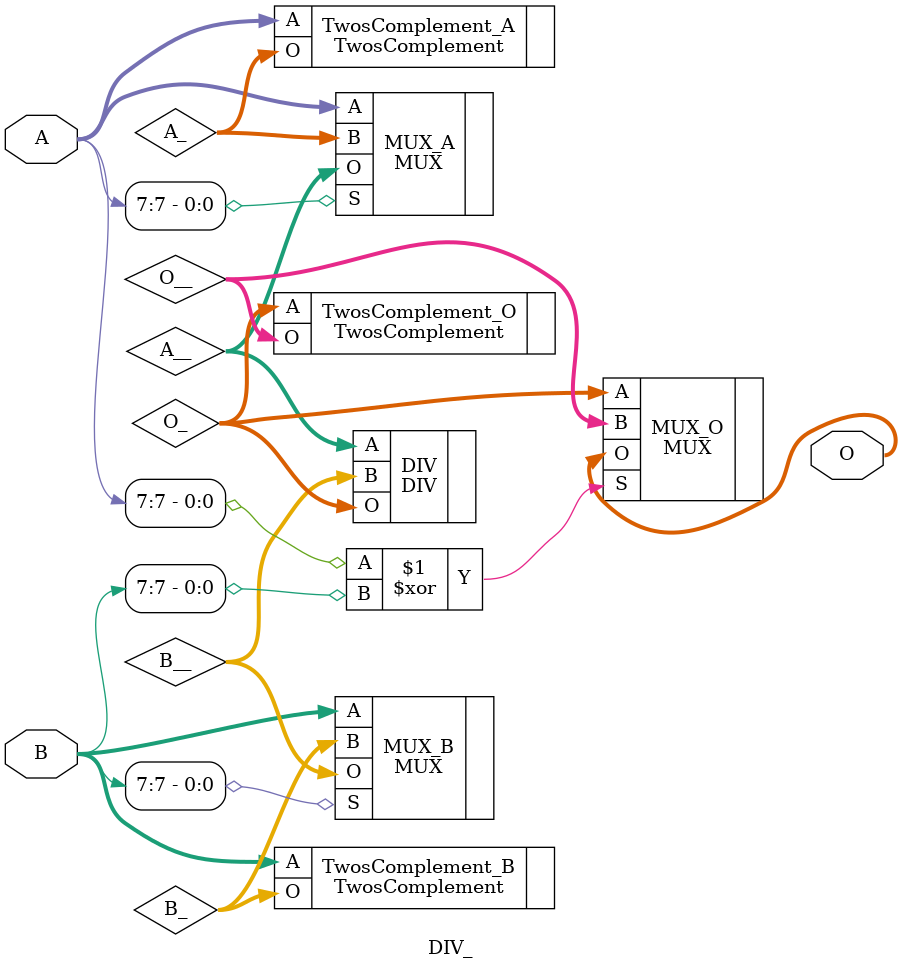
<source format=v>
`timescale 1ns / 1ps

module DIV_ #( parameter N = 8, M = 8 )( 
	input  [N-1:0] A,
	input  [M-1:0] B,
	output [N-1:0] O
);

	wire  [N-1:0] A_, A__;
	wire  [M-1:0] B_, B__;
	wire	[N-1:0] O_, O__;
	
	TwosComplement #(.N(N)) TwosComplement_A( 
		.A(A),
		.O(A_)
    );
	 
	 MUX #(.N(N)) MUX_A(
		.A(A),
		.B(A_),
		.S(A[N-1]),
		.O(A__)
	);
	
	TwosComplement #(.N(M)) TwosComplement_B( 
		.A(B),
		.O(B_)
    );
	 
	 MUX #(.N(M)) MUX_B(
		.A(B),
		.B(B_),
		.S(B[M-1]),
		.O(B__)
	);
	
	DIV #(.N(N), .M(M)) DIV ( 
		.A(A__),
		.B(B__),
		.O(O_)
	);
	
	TwosComplement #(.N(N)) TwosComplement_O( 
		.A(O_),
		.O(O__)
    );
	 
	 MUX #(.N(N)) MUX_O(
		.A(O_),
		.B(O__),
		.S(A[N-1]^B[M-1]),
		.O(O)
	);

endmodule

</source>
